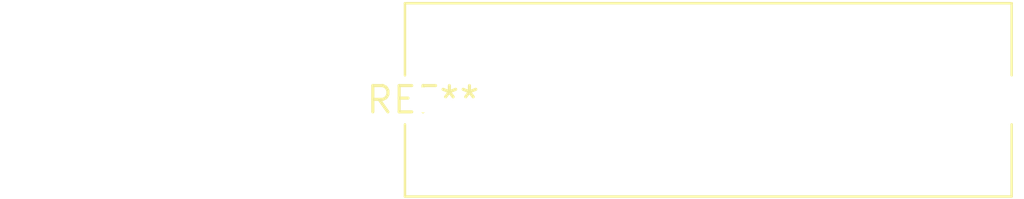
<source format=kicad_pcb>
(kicad_pcb (version 20240108) (generator pcbnew)
  (layers (0 "F.Cu" signal) (31 "B.Cu" signal) (34 "B.Paste" user) (35 "F.Paste" user) (36 "B.SilkS" user "B.Silkscreen") (37 "F.SilkS" user "F.Silkscreen") (38 "B.Mask" user) (39 "F.Mask" user) (44 "Edge.Cuts" user))
  (net 0 "")
  (footprint "C_Rect_L29.0mm_W9.1mm_P27.50mm_MKT" (layer "F.Cu") (at 0 0)
    (property "Reference" "REF**")
    (property "Value" "C_Rect_L29.0mm_W9.1mm_P27.50mm_MKT")
    (fp_line (start -0.87 -4.67) (end -0.87 -1.185) (layer "F.SilkS") (stroke (width 0.12)))
    (fp_line (start -0.87 -4.67) (end 28.37 -4.67) (layer "F.SilkS") (stroke (width 0.12)))
    (fp_line (start -0.87 1.185) (end -0.87 4.67) (layer "F.SilkS") (stroke (width 0.12)))
    (fp_line (start -0.87 4.67) (end 28.37 4.67) (layer "F.SilkS") (stroke (width 0.12)))
    (fp_line (start 28.37 -4.67) (end 28.37 -1.185) (layer "F.SilkS") (stroke (width 0.12)))
    (fp_line (start 28.37 1.185) (end 28.37 4.67) (layer "F.SilkS") (stroke (width 0.12)))
    (pad "1" thru_hole circle (at 0 0) (size 2.4 2.4) (drill 1.2) (layers *.Cu *.Mask) (remove_unused_layers))
    (pad "2" thru_hole circle (at 27.5 0) (size 2.4 2.4) (drill 1.2) (layers *.Cu *.Mask) (remove_unused_layers))
  )
)
</source>
